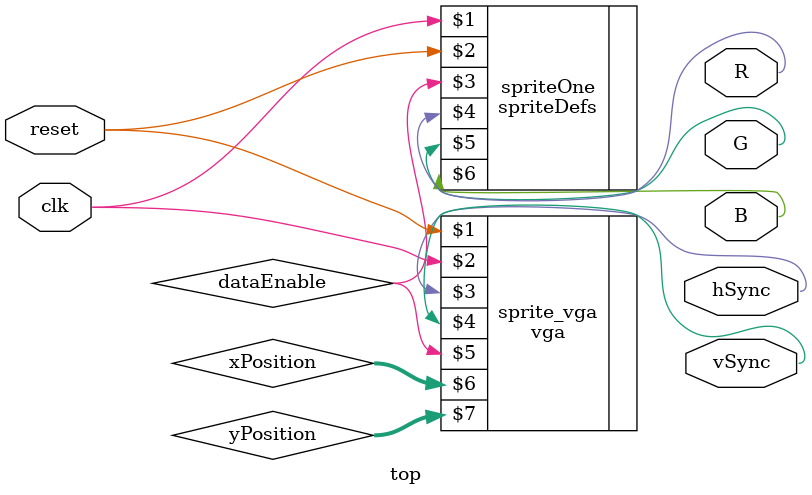
<source format=v>
`timescale 1ns / 1ps


module top(

input clk,
input reset,

output R, 
output G, 
output B,
output hSync,
output vSync

    );
    wire hSync, vSync, dataEnable;
    wire [9:0] xPosition, yPosition;
    wire R, G, B;
    
    // initialize sprite
    spriteDefs spriteOne(
    // inputs
    clk,
    reset,
    dataEnable,
    //outputs
    R,
    G,
    B
    );
    
    // initialize vga
    vga sprite_vga (
    //inputs
    reset,
    clk,
    
    // outputs
    hSync,
    vSync,
    dataEnable,
    xPosition,
    yPosition
    );
    
    
    
endmodule

</source>
